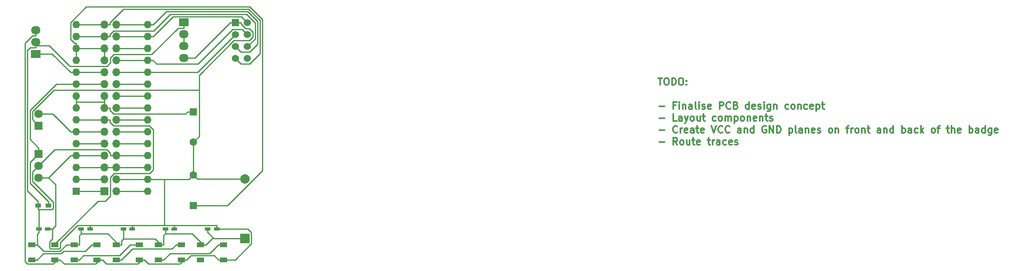
<source format=gbr>
G04 #@! TF.FileFunction,Copper,L1,Top,Signal*
%FSLAX46Y46*%
G04 Gerber Fmt 4.6, Leading zero omitted, Abs format (unit mm)*
G04 Created by KiCad (PCBNEW 4.0.7) date 06/04/18 21:42:21*
%MOMM*%
%LPD*%
G01*
G04 APERTURE LIST*
%ADD10C,0.100000*%
%ADD11C,0.300000*%
%ADD12R,1.600000X1.600000*%
%ADD13O,1.600000X1.600000*%
%ADD14C,1.600000*%
%ADD15R,1.200000X0.750000*%
%ADD16R,1.500000X1.000000*%
%ADD17R,1.200000X0.900000*%
%ADD18R,2.032000X1.727200*%
%ADD19O,2.032000X1.727200*%
%ADD20R,1.800000X1.800000*%
%ADD21C,1.800000*%
%ADD22R,1.524000X1.524000*%
%ADD23C,1.524000*%
%ADD24R,2.000000X2.000000*%
%ADD25C,2.000000*%
%ADD26R,1.700000X1.700000*%
%ADD27O,1.700000X1.700000*%
%ADD28C,0.250000*%
G04 APERTURE END LIST*
D10*
D11*
X186142857Y-45803571D02*
X187000000Y-45803571D01*
X186571429Y-47303571D02*
X186571429Y-45803571D01*
X187785714Y-45803571D02*
X188071428Y-45803571D01*
X188214286Y-45875000D01*
X188357143Y-46017857D01*
X188428571Y-46303571D01*
X188428571Y-46803571D01*
X188357143Y-47089286D01*
X188214286Y-47232143D01*
X188071428Y-47303571D01*
X187785714Y-47303571D01*
X187642857Y-47232143D01*
X187500000Y-47089286D01*
X187428571Y-46803571D01*
X187428571Y-46303571D01*
X187500000Y-46017857D01*
X187642857Y-45875000D01*
X187785714Y-45803571D01*
X189071429Y-47303571D02*
X189071429Y-45803571D01*
X189428572Y-45803571D01*
X189642857Y-45875000D01*
X189785715Y-46017857D01*
X189857143Y-46160714D01*
X189928572Y-46446429D01*
X189928572Y-46660714D01*
X189857143Y-46946429D01*
X189785715Y-47089286D01*
X189642857Y-47232143D01*
X189428572Y-47303571D01*
X189071429Y-47303571D01*
X190857143Y-45803571D02*
X191142857Y-45803571D01*
X191285715Y-45875000D01*
X191428572Y-46017857D01*
X191500000Y-46303571D01*
X191500000Y-46803571D01*
X191428572Y-47089286D01*
X191285715Y-47232143D01*
X191142857Y-47303571D01*
X190857143Y-47303571D01*
X190714286Y-47232143D01*
X190571429Y-47089286D01*
X190500000Y-46803571D01*
X190500000Y-46303571D01*
X190571429Y-46017857D01*
X190714286Y-45875000D01*
X190857143Y-45803571D01*
X192142858Y-47160714D02*
X192214286Y-47232143D01*
X192142858Y-47303571D01*
X192071429Y-47232143D01*
X192142858Y-47160714D01*
X192142858Y-47303571D01*
X192142858Y-46375000D02*
X192214286Y-46446429D01*
X192142858Y-46517857D01*
X192071429Y-46446429D01*
X192142858Y-46375000D01*
X192142858Y-46517857D01*
X186357143Y-51832143D02*
X187500000Y-51832143D01*
X189857143Y-51617857D02*
X189357143Y-51617857D01*
X189357143Y-52403571D02*
X189357143Y-50903571D01*
X190071429Y-50903571D01*
X190642857Y-52403571D02*
X190642857Y-51403571D01*
X190642857Y-50903571D02*
X190571428Y-50975000D01*
X190642857Y-51046429D01*
X190714285Y-50975000D01*
X190642857Y-50903571D01*
X190642857Y-51046429D01*
X191357143Y-51403571D02*
X191357143Y-52403571D01*
X191357143Y-51546429D02*
X191428571Y-51475000D01*
X191571429Y-51403571D01*
X191785714Y-51403571D01*
X191928571Y-51475000D01*
X192000000Y-51617857D01*
X192000000Y-52403571D01*
X193357143Y-52403571D02*
X193357143Y-51617857D01*
X193285714Y-51475000D01*
X193142857Y-51403571D01*
X192857143Y-51403571D01*
X192714286Y-51475000D01*
X193357143Y-52332143D02*
X193214286Y-52403571D01*
X192857143Y-52403571D01*
X192714286Y-52332143D01*
X192642857Y-52189286D01*
X192642857Y-52046429D01*
X192714286Y-51903571D01*
X192857143Y-51832143D01*
X193214286Y-51832143D01*
X193357143Y-51760714D01*
X194285715Y-52403571D02*
X194142857Y-52332143D01*
X194071429Y-52189286D01*
X194071429Y-50903571D01*
X194857143Y-52403571D02*
X194857143Y-51403571D01*
X194857143Y-50903571D02*
X194785714Y-50975000D01*
X194857143Y-51046429D01*
X194928571Y-50975000D01*
X194857143Y-50903571D01*
X194857143Y-51046429D01*
X195500000Y-52332143D02*
X195642857Y-52403571D01*
X195928572Y-52403571D01*
X196071429Y-52332143D01*
X196142857Y-52189286D01*
X196142857Y-52117857D01*
X196071429Y-51975000D01*
X195928572Y-51903571D01*
X195714286Y-51903571D01*
X195571429Y-51832143D01*
X195500000Y-51689286D01*
X195500000Y-51617857D01*
X195571429Y-51475000D01*
X195714286Y-51403571D01*
X195928572Y-51403571D01*
X196071429Y-51475000D01*
X197357143Y-52332143D02*
X197214286Y-52403571D01*
X196928572Y-52403571D01*
X196785715Y-52332143D01*
X196714286Y-52189286D01*
X196714286Y-51617857D01*
X196785715Y-51475000D01*
X196928572Y-51403571D01*
X197214286Y-51403571D01*
X197357143Y-51475000D01*
X197428572Y-51617857D01*
X197428572Y-51760714D01*
X196714286Y-51903571D01*
X199214286Y-52403571D02*
X199214286Y-50903571D01*
X199785714Y-50903571D01*
X199928572Y-50975000D01*
X200000000Y-51046429D01*
X200071429Y-51189286D01*
X200071429Y-51403571D01*
X200000000Y-51546429D01*
X199928572Y-51617857D01*
X199785714Y-51689286D01*
X199214286Y-51689286D01*
X201571429Y-52260714D02*
X201500000Y-52332143D01*
X201285714Y-52403571D01*
X201142857Y-52403571D01*
X200928572Y-52332143D01*
X200785714Y-52189286D01*
X200714286Y-52046429D01*
X200642857Y-51760714D01*
X200642857Y-51546429D01*
X200714286Y-51260714D01*
X200785714Y-51117857D01*
X200928572Y-50975000D01*
X201142857Y-50903571D01*
X201285714Y-50903571D01*
X201500000Y-50975000D01*
X201571429Y-51046429D01*
X202714286Y-51617857D02*
X202928572Y-51689286D01*
X203000000Y-51760714D01*
X203071429Y-51903571D01*
X203071429Y-52117857D01*
X203000000Y-52260714D01*
X202928572Y-52332143D01*
X202785714Y-52403571D01*
X202214286Y-52403571D01*
X202214286Y-50903571D01*
X202714286Y-50903571D01*
X202857143Y-50975000D01*
X202928572Y-51046429D01*
X203000000Y-51189286D01*
X203000000Y-51332143D01*
X202928572Y-51475000D01*
X202857143Y-51546429D01*
X202714286Y-51617857D01*
X202214286Y-51617857D01*
X205500000Y-52403571D02*
X205500000Y-50903571D01*
X205500000Y-52332143D02*
X205357143Y-52403571D01*
X205071429Y-52403571D01*
X204928571Y-52332143D01*
X204857143Y-52260714D01*
X204785714Y-52117857D01*
X204785714Y-51689286D01*
X204857143Y-51546429D01*
X204928571Y-51475000D01*
X205071429Y-51403571D01*
X205357143Y-51403571D01*
X205500000Y-51475000D01*
X206785714Y-52332143D02*
X206642857Y-52403571D01*
X206357143Y-52403571D01*
X206214286Y-52332143D01*
X206142857Y-52189286D01*
X206142857Y-51617857D01*
X206214286Y-51475000D01*
X206357143Y-51403571D01*
X206642857Y-51403571D01*
X206785714Y-51475000D01*
X206857143Y-51617857D01*
X206857143Y-51760714D01*
X206142857Y-51903571D01*
X207428571Y-52332143D02*
X207571428Y-52403571D01*
X207857143Y-52403571D01*
X208000000Y-52332143D01*
X208071428Y-52189286D01*
X208071428Y-52117857D01*
X208000000Y-51975000D01*
X207857143Y-51903571D01*
X207642857Y-51903571D01*
X207500000Y-51832143D01*
X207428571Y-51689286D01*
X207428571Y-51617857D01*
X207500000Y-51475000D01*
X207642857Y-51403571D01*
X207857143Y-51403571D01*
X208000000Y-51475000D01*
X208714286Y-52403571D02*
X208714286Y-51403571D01*
X208714286Y-50903571D02*
X208642857Y-50975000D01*
X208714286Y-51046429D01*
X208785714Y-50975000D01*
X208714286Y-50903571D01*
X208714286Y-51046429D01*
X210071429Y-51403571D02*
X210071429Y-52617857D01*
X210000000Y-52760714D01*
X209928572Y-52832143D01*
X209785715Y-52903571D01*
X209571429Y-52903571D01*
X209428572Y-52832143D01*
X210071429Y-52332143D02*
X209928572Y-52403571D01*
X209642858Y-52403571D01*
X209500000Y-52332143D01*
X209428572Y-52260714D01*
X209357143Y-52117857D01*
X209357143Y-51689286D01*
X209428572Y-51546429D01*
X209500000Y-51475000D01*
X209642858Y-51403571D01*
X209928572Y-51403571D01*
X210071429Y-51475000D01*
X210785715Y-51403571D02*
X210785715Y-52403571D01*
X210785715Y-51546429D02*
X210857143Y-51475000D01*
X211000001Y-51403571D01*
X211214286Y-51403571D01*
X211357143Y-51475000D01*
X211428572Y-51617857D01*
X211428572Y-52403571D01*
X213928572Y-52332143D02*
X213785715Y-52403571D01*
X213500001Y-52403571D01*
X213357143Y-52332143D01*
X213285715Y-52260714D01*
X213214286Y-52117857D01*
X213214286Y-51689286D01*
X213285715Y-51546429D01*
X213357143Y-51475000D01*
X213500001Y-51403571D01*
X213785715Y-51403571D01*
X213928572Y-51475000D01*
X214785715Y-52403571D02*
X214642857Y-52332143D01*
X214571429Y-52260714D01*
X214500000Y-52117857D01*
X214500000Y-51689286D01*
X214571429Y-51546429D01*
X214642857Y-51475000D01*
X214785715Y-51403571D01*
X215000000Y-51403571D01*
X215142857Y-51475000D01*
X215214286Y-51546429D01*
X215285715Y-51689286D01*
X215285715Y-52117857D01*
X215214286Y-52260714D01*
X215142857Y-52332143D01*
X215000000Y-52403571D01*
X214785715Y-52403571D01*
X215928572Y-51403571D02*
X215928572Y-52403571D01*
X215928572Y-51546429D02*
X216000000Y-51475000D01*
X216142858Y-51403571D01*
X216357143Y-51403571D01*
X216500000Y-51475000D01*
X216571429Y-51617857D01*
X216571429Y-52403571D01*
X217928572Y-52332143D02*
X217785715Y-52403571D01*
X217500001Y-52403571D01*
X217357143Y-52332143D01*
X217285715Y-52260714D01*
X217214286Y-52117857D01*
X217214286Y-51689286D01*
X217285715Y-51546429D01*
X217357143Y-51475000D01*
X217500001Y-51403571D01*
X217785715Y-51403571D01*
X217928572Y-51475000D01*
X219142857Y-52332143D02*
X219000000Y-52403571D01*
X218714286Y-52403571D01*
X218571429Y-52332143D01*
X218500000Y-52189286D01*
X218500000Y-51617857D01*
X218571429Y-51475000D01*
X218714286Y-51403571D01*
X219000000Y-51403571D01*
X219142857Y-51475000D01*
X219214286Y-51617857D01*
X219214286Y-51760714D01*
X218500000Y-51903571D01*
X219857143Y-51403571D02*
X219857143Y-52903571D01*
X219857143Y-51475000D02*
X220000000Y-51403571D01*
X220285714Y-51403571D01*
X220428571Y-51475000D01*
X220500000Y-51546429D01*
X220571429Y-51689286D01*
X220571429Y-52117857D01*
X220500000Y-52260714D01*
X220428571Y-52332143D01*
X220285714Y-52403571D01*
X220000000Y-52403571D01*
X219857143Y-52332143D01*
X221000000Y-51403571D02*
X221571429Y-51403571D01*
X221214286Y-50903571D02*
X221214286Y-52189286D01*
X221285714Y-52332143D01*
X221428572Y-52403571D01*
X221571429Y-52403571D01*
X186357143Y-54382143D02*
X187500000Y-54382143D01*
X190071429Y-54953571D02*
X189357143Y-54953571D01*
X189357143Y-53453571D01*
X191214286Y-54953571D02*
X191214286Y-54167857D01*
X191142857Y-54025000D01*
X191000000Y-53953571D01*
X190714286Y-53953571D01*
X190571429Y-54025000D01*
X191214286Y-54882143D02*
X191071429Y-54953571D01*
X190714286Y-54953571D01*
X190571429Y-54882143D01*
X190500000Y-54739286D01*
X190500000Y-54596429D01*
X190571429Y-54453571D01*
X190714286Y-54382143D01*
X191071429Y-54382143D01*
X191214286Y-54310714D01*
X191785715Y-53953571D02*
X192142858Y-54953571D01*
X192500000Y-53953571D02*
X192142858Y-54953571D01*
X192000000Y-55310714D01*
X191928572Y-55382143D01*
X191785715Y-55453571D01*
X193285715Y-54953571D02*
X193142857Y-54882143D01*
X193071429Y-54810714D01*
X193000000Y-54667857D01*
X193000000Y-54239286D01*
X193071429Y-54096429D01*
X193142857Y-54025000D01*
X193285715Y-53953571D01*
X193500000Y-53953571D01*
X193642857Y-54025000D01*
X193714286Y-54096429D01*
X193785715Y-54239286D01*
X193785715Y-54667857D01*
X193714286Y-54810714D01*
X193642857Y-54882143D01*
X193500000Y-54953571D01*
X193285715Y-54953571D01*
X195071429Y-53953571D02*
X195071429Y-54953571D01*
X194428572Y-53953571D02*
X194428572Y-54739286D01*
X194500000Y-54882143D01*
X194642858Y-54953571D01*
X194857143Y-54953571D01*
X195000000Y-54882143D01*
X195071429Y-54810714D01*
X195571429Y-53953571D02*
X196142858Y-53953571D01*
X195785715Y-53453571D02*
X195785715Y-54739286D01*
X195857143Y-54882143D01*
X196000001Y-54953571D01*
X196142858Y-54953571D01*
X198428572Y-54882143D02*
X198285715Y-54953571D01*
X198000001Y-54953571D01*
X197857143Y-54882143D01*
X197785715Y-54810714D01*
X197714286Y-54667857D01*
X197714286Y-54239286D01*
X197785715Y-54096429D01*
X197857143Y-54025000D01*
X198000001Y-53953571D01*
X198285715Y-53953571D01*
X198428572Y-54025000D01*
X199285715Y-54953571D02*
X199142857Y-54882143D01*
X199071429Y-54810714D01*
X199000000Y-54667857D01*
X199000000Y-54239286D01*
X199071429Y-54096429D01*
X199142857Y-54025000D01*
X199285715Y-53953571D01*
X199500000Y-53953571D01*
X199642857Y-54025000D01*
X199714286Y-54096429D01*
X199785715Y-54239286D01*
X199785715Y-54667857D01*
X199714286Y-54810714D01*
X199642857Y-54882143D01*
X199500000Y-54953571D01*
X199285715Y-54953571D01*
X200428572Y-54953571D02*
X200428572Y-53953571D01*
X200428572Y-54096429D02*
X200500000Y-54025000D01*
X200642858Y-53953571D01*
X200857143Y-53953571D01*
X201000000Y-54025000D01*
X201071429Y-54167857D01*
X201071429Y-54953571D01*
X201071429Y-54167857D02*
X201142858Y-54025000D01*
X201285715Y-53953571D01*
X201500000Y-53953571D01*
X201642858Y-54025000D01*
X201714286Y-54167857D01*
X201714286Y-54953571D01*
X202428572Y-53953571D02*
X202428572Y-55453571D01*
X202428572Y-54025000D02*
X202571429Y-53953571D01*
X202857143Y-53953571D01*
X203000000Y-54025000D01*
X203071429Y-54096429D01*
X203142858Y-54239286D01*
X203142858Y-54667857D01*
X203071429Y-54810714D01*
X203000000Y-54882143D01*
X202857143Y-54953571D01*
X202571429Y-54953571D01*
X202428572Y-54882143D01*
X204000001Y-54953571D02*
X203857143Y-54882143D01*
X203785715Y-54810714D01*
X203714286Y-54667857D01*
X203714286Y-54239286D01*
X203785715Y-54096429D01*
X203857143Y-54025000D01*
X204000001Y-53953571D01*
X204214286Y-53953571D01*
X204357143Y-54025000D01*
X204428572Y-54096429D01*
X204500001Y-54239286D01*
X204500001Y-54667857D01*
X204428572Y-54810714D01*
X204357143Y-54882143D01*
X204214286Y-54953571D01*
X204000001Y-54953571D01*
X205142858Y-53953571D02*
X205142858Y-54953571D01*
X205142858Y-54096429D02*
X205214286Y-54025000D01*
X205357144Y-53953571D01*
X205571429Y-53953571D01*
X205714286Y-54025000D01*
X205785715Y-54167857D01*
X205785715Y-54953571D01*
X207071429Y-54882143D02*
X206928572Y-54953571D01*
X206642858Y-54953571D01*
X206500001Y-54882143D01*
X206428572Y-54739286D01*
X206428572Y-54167857D01*
X206500001Y-54025000D01*
X206642858Y-53953571D01*
X206928572Y-53953571D01*
X207071429Y-54025000D01*
X207142858Y-54167857D01*
X207142858Y-54310714D01*
X206428572Y-54453571D01*
X207785715Y-53953571D02*
X207785715Y-54953571D01*
X207785715Y-54096429D02*
X207857143Y-54025000D01*
X208000001Y-53953571D01*
X208214286Y-53953571D01*
X208357143Y-54025000D01*
X208428572Y-54167857D01*
X208428572Y-54953571D01*
X208928572Y-53953571D02*
X209500001Y-53953571D01*
X209142858Y-53453571D02*
X209142858Y-54739286D01*
X209214286Y-54882143D01*
X209357144Y-54953571D01*
X209500001Y-54953571D01*
X209928572Y-54882143D02*
X210071429Y-54953571D01*
X210357144Y-54953571D01*
X210500001Y-54882143D01*
X210571429Y-54739286D01*
X210571429Y-54667857D01*
X210500001Y-54525000D01*
X210357144Y-54453571D01*
X210142858Y-54453571D01*
X210000001Y-54382143D01*
X209928572Y-54239286D01*
X209928572Y-54167857D01*
X210000001Y-54025000D01*
X210142858Y-53953571D01*
X210357144Y-53953571D01*
X210500001Y-54025000D01*
X186357143Y-56932143D02*
X187500000Y-56932143D01*
X190214286Y-57360714D02*
X190142857Y-57432143D01*
X189928571Y-57503571D01*
X189785714Y-57503571D01*
X189571429Y-57432143D01*
X189428571Y-57289286D01*
X189357143Y-57146429D01*
X189285714Y-56860714D01*
X189285714Y-56646429D01*
X189357143Y-56360714D01*
X189428571Y-56217857D01*
X189571429Y-56075000D01*
X189785714Y-56003571D01*
X189928571Y-56003571D01*
X190142857Y-56075000D01*
X190214286Y-56146429D01*
X190857143Y-57503571D02*
X190857143Y-56503571D01*
X190857143Y-56789286D02*
X190928571Y-56646429D01*
X191000000Y-56575000D01*
X191142857Y-56503571D01*
X191285714Y-56503571D01*
X192357142Y-57432143D02*
X192214285Y-57503571D01*
X191928571Y-57503571D01*
X191785714Y-57432143D01*
X191714285Y-57289286D01*
X191714285Y-56717857D01*
X191785714Y-56575000D01*
X191928571Y-56503571D01*
X192214285Y-56503571D01*
X192357142Y-56575000D01*
X192428571Y-56717857D01*
X192428571Y-56860714D01*
X191714285Y-57003571D01*
X193714285Y-57503571D02*
X193714285Y-56717857D01*
X193642856Y-56575000D01*
X193499999Y-56503571D01*
X193214285Y-56503571D01*
X193071428Y-56575000D01*
X193714285Y-57432143D02*
X193571428Y-57503571D01*
X193214285Y-57503571D01*
X193071428Y-57432143D01*
X192999999Y-57289286D01*
X192999999Y-57146429D01*
X193071428Y-57003571D01*
X193214285Y-56932143D01*
X193571428Y-56932143D01*
X193714285Y-56860714D01*
X194214285Y-56503571D02*
X194785714Y-56503571D01*
X194428571Y-56003571D02*
X194428571Y-57289286D01*
X194499999Y-57432143D01*
X194642857Y-57503571D01*
X194785714Y-57503571D01*
X195857142Y-57432143D02*
X195714285Y-57503571D01*
X195428571Y-57503571D01*
X195285714Y-57432143D01*
X195214285Y-57289286D01*
X195214285Y-56717857D01*
X195285714Y-56575000D01*
X195428571Y-56503571D01*
X195714285Y-56503571D01*
X195857142Y-56575000D01*
X195928571Y-56717857D01*
X195928571Y-56860714D01*
X195214285Y-57003571D01*
X197499999Y-56003571D02*
X197999999Y-57503571D01*
X198499999Y-56003571D01*
X199857142Y-57360714D02*
X199785713Y-57432143D01*
X199571427Y-57503571D01*
X199428570Y-57503571D01*
X199214285Y-57432143D01*
X199071427Y-57289286D01*
X198999999Y-57146429D01*
X198928570Y-56860714D01*
X198928570Y-56646429D01*
X198999999Y-56360714D01*
X199071427Y-56217857D01*
X199214285Y-56075000D01*
X199428570Y-56003571D01*
X199571427Y-56003571D01*
X199785713Y-56075000D01*
X199857142Y-56146429D01*
X201357142Y-57360714D02*
X201285713Y-57432143D01*
X201071427Y-57503571D01*
X200928570Y-57503571D01*
X200714285Y-57432143D01*
X200571427Y-57289286D01*
X200499999Y-57146429D01*
X200428570Y-56860714D01*
X200428570Y-56646429D01*
X200499999Y-56360714D01*
X200571427Y-56217857D01*
X200714285Y-56075000D01*
X200928570Y-56003571D01*
X201071427Y-56003571D01*
X201285713Y-56075000D01*
X201357142Y-56146429D01*
X203785713Y-57503571D02*
X203785713Y-56717857D01*
X203714284Y-56575000D01*
X203571427Y-56503571D01*
X203285713Y-56503571D01*
X203142856Y-56575000D01*
X203785713Y-57432143D02*
X203642856Y-57503571D01*
X203285713Y-57503571D01*
X203142856Y-57432143D01*
X203071427Y-57289286D01*
X203071427Y-57146429D01*
X203142856Y-57003571D01*
X203285713Y-56932143D01*
X203642856Y-56932143D01*
X203785713Y-56860714D01*
X204499999Y-56503571D02*
X204499999Y-57503571D01*
X204499999Y-56646429D02*
X204571427Y-56575000D01*
X204714285Y-56503571D01*
X204928570Y-56503571D01*
X205071427Y-56575000D01*
X205142856Y-56717857D01*
X205142856Y-57503571D01*
X206499999Y-57503571D02*
X206499999Y-56003571D01*
X206499999Y-57432143D02*
X206357142Y-57503571D01*
X206071428Y-57503571D01*
X205928570Y-57432143D01*
X205857142Y-57360714D01*
X205785713Y-57217857D01*
X205785713Y-56789286D01*
X205857142Y-56646429D01*
X205928570Y-56575000D01*
X206071428Y-56503571D01*
X206357142Y-56503571D01*
X206499999Y-56575000D01*
X209142856Y-56075000D02*
X208999999Y-56003571D01*
X208785713Y-56003571D01*
X208571428Y-56075000D01*
X208428570Y-56217857D01*
X208357142Y-56360714D01*
X208285713Y-56646429D01*
X208285713Y-56860714D01*
X208357142Y-57146429D01*
X208428570Y-57289286D01*
X208571428Y-57432143D01*
X208785713Y-57503571D01*
X208928570Y-57503571D01*
X209142856Y-57432143D01*
X209214285Y-57360714D01*
X209214285Y-56860714D01*
X208928570Y-56860714D01*
X209857142Y-57503571D02*
X209857142Y-56003571D01*
X210714285Y-57503571D01*
X210714285Y-56003571D01*
X211428571Y-57503571D02*
X211428571Y-56003571D01*
X211785714Y-56003571D01*
X211999999Y-56075000D01*
X212142857Y-56217857D01*
X212214285Y-56360714D01*
X212285714Y-56646429D01*
X212285714Y-56860714D01*
X212214285Y-57146429D01*
X212142857Y-57289286D01*
X211999999Y-57432143D01*
X211785714Y-57503571D01*
X211428571Y-57503571D01*
X214071428Y-56503571D02*
X214071428Y-58003571D01*
X214071428Y-56575000D02*
X214214285Y-56503571D01*
X214499999Y-56503571D01*
X214642856Y-56575000D01*
X214714285Y-56646429D01*
X214785714Y-56789286D01*
X214785714Y-57217857D01*
X214714285Y-57360714D01*
X214642856Y-57432143D01*
X214499999Y-57503571D01*
X214214285Y-57503571D01*
X214071428Y-57432143D01*
X215642857Y-57503571D02*
X215499999Y-57432143D01*
X215428571Y-57289286D01*
X215428571Y-56003571D01*
X216857142Y-57503571D02*
X216857142Y-56717857D01*
X216785713Y-56575000D01*
X216642856Y-56503571D01*
X216357142Y-56503571D01*
X216214285Y-56575000D01*
X216857142Y-57432143D02*
X216714285Y-57503571D01*
X216357142Y-57503571D01*
X216214285Y-57432143D01*
X216142856Y-57289286D01*
X216142856Y-57146429D01*
X216214285Y-57003571D01*
X216357142Y-56932143D01*
X216714285Y-56932143D01*
X216857142Y-56860714D01*
X217571428Y-56503571D02*
X217571428Y-57503571D01*
X217571428Y-56646429D02*
X217642856Y-56575000D01*
X217785714Y-56503571D01*
X217999999Y-56503571D01*
X218142856Y-56575000D01*
X218214285Y-56717857D01*
X218214285Y-57503571D01*
X219499999Y-57432143D02*
X219357142Y-57503571D01*
X219071428Y-57503571D01*
X218928571Y-57432143D01*
X218857142Y-57289286D01*
X218857142Y-56717857D01*
X218928571Y-56575000D01*
X219071428Y-56503571D01*
X219357142Y-56503571D01*
X219499999Y-56575000D01*
X219571428Y-56717857D01*
X219571428Y-56860714D01*
X218857142Y-57003571D01*
X220142856Y-57432143D02*
X220285713Y-57503571D01*
X220571428Y-57503571D01*
X220714285Y-57432143D01*
X220785713Y-57289286D01*
X220785713Y-57217857D01*
X220714285Y-57075000D01*
X220571428Y-57003571D01*
X220357142Y-57003571D01*
X220214285Y-56932143D01*
X220142856Y-56789286D01*
X220142856Y-56717857D01*
X220214285Y-56575000D01*
X220357142Y-56503571D01*
X220571428Y-56503571D01*
X220714285Y-56575000D01*
X222785714Y-57503571D02*
X222642856Y-57432143D01*
X222571428Y-57360714D01*
X222499999Y-57217857D01*
X222499999Y-56789286D01*
X222571428Y-56646429D01*
X222642856Y-56575000D01*
X222785714Y-56503571D01*
X222999999Y-56503571D01*
X223142856Y-56575000D01*
X223214285Y-56646429D01*
X223285714Y-56789286D01*
X223285714Y-57217857D01*
X223214285Y-57360714D01*
X223142856Y-57432143D01*
X222999999Y-57503571D01*
X222785714Y-57503571D01*
X223928571Y-56503571D02*
X223928571Y-57503571D01*
X223928571Y-56646429D02*
X223999999Y-56575000D01*
X224142857Y-56503571D01*
X224357142Y-56503571D01*
X224499999Y-56575000D01*
X224571428Y-56717857D01*
X224571428Y-57503571D01*
X226214285Y-56503571D02*
X226785714Y-56503571D01*
X226428571Y-57503571D02*
X226428571Y-56217857D01*
X226499999Y-56075000D01*
X226642857Y-56003571D01*
X226785714Y-56003571D01*
X227285714Y-57503571D02*
X227285714Y-56503571D01*
X227285714Y-56789286D02*
X227357142Y-56646429D01*
X227428571Y-56575000D01*
X227571428Y-56503571D01*
X227714285Y-56503571D01*
X228428571Y-57503571D02*
X228285713Y-57432143D01*
X228214285Y-57360714D01*
X228142856Y-57217857D01*
X228142856Y-56789286D01*
X228214285Y-56646429D01*
X228285713Y-56575000D01*
X228428571Y-56503571D01*
X228642856Y-56503571D01*
X228785713Y-56575000D01*
X228857142Y-56646429D01*
X228928571Y-56789286D01*
X228928571Y-57217857D01*
X228857142Y-57360714D01*
X228785713Y-57432143D01*
X228642856Y-57503571D01*
X228428571Y-57503571D01*
X229571428Y-56503571D02*
X229571428Y-57503571D01*
X229571428Y-56646429D02*
X229642856Y-56575000D01*
X229785714Y-56503571D01*
X229999999Y-56503571D01*
X230142856Y-56575000D01*
X230214285Y-56717857D01*
X230214285Y-57503571D01*
X230714285Y-56503571D02*
X231285714Y-56503571D01*
X230928571Y-56003571D02*
X230928571Y-57289286D01*
X230999999Y-57432143D01*
X231142857Y-57503571D01*
X231285714Y-57503571D01*
X233571428Y-57503571D02*
X233571428Y-56717857D01*
X233499999Y-56575000D01*
X233357142Y-56503571D01*
X233071428Y-56503571D01*
X232928571Y-56575000D01*
X233571428Y-57432143D02*
X233428571Y-57503571D01*
X233071428Y-57503571D01*
X232928571Y-57432143D01*
X232857142Y-57289286D01*
X232857142Y-57146429D01*
X232928571Y-57003571D01*
X233071428Y-56932143D01*
X233428571Y-56932143D01*
X233571428Y-56860714D01*
X234285714Y-56503571D02*
X234285714Y-57503571D01*
X234285714Y-56646429D02*
X234357142Y-56575000D01*
X234500000Y-56503571D01*
X234714285Y-56503571D01*
X234857142Y-56575000D01*
X234928571Y-56717857D01*
X234928571Y-57503571D01*
X236285714Y-57503571D02*
X236285714Y-56003571D01*
X236285714Y-57432143D02*
X236142857Y-57503571D01*
X235857143Y-57503571D01*
X235714285Y-57432143D01*
X235642857Y-57360714D01*
X235571428Y-57217857D01*
X235571428Y-56789286D01*
X235642857Y-56646429D01*
X235714285Y-56575000D01*
X235857143Y-56503571D01*
X236142857Y-56503571D01*
X236285714Y-56575000D01*
X238142857Y-57503571D02*
X238142857Y-56003571D01*
X238142857Y-56575000D02*
X238285714Y-56503571D01*
X238571428Y-56503571D01*
X238714285Y-56575000D01*
X238785714Y-56646429D01*
X238857143Y-56789286D01*
X238857143Y-57217857D01*
X238785714Y-57360714D01*
X238714285Y-57432143D01*
X238571428Y-57503571D01*
X238285714Y-57503571D01*
X238142857Y-57432143D01*
X240142857Y-57503571D02*
X240142857Y-56717857D01*
X240071428Y-56575000D01*
X239928571Y-56503571D01*
X239642857Y-56503571D01*
X239500000Y-56575000D01*
X240142857Y-57432143D02*
X240000000Y-57503571D01*
X239642857Y-57503571D01*
X239500000Y-57432143D01*
X239428571Y-57289286D01*
X239428571Y-57146429D01*
X239500000Y-57003571D01*
X239642857Y-56932143D01*
X240000000Y-56932143D01*
X240142857Y-56860714D01*
X241500000Y-57432143D02*
X241357143Y-57503571D01*
X241071429Y-57503571D01*
X240928571Y-57432143D01*
X240857143Y-57360714D01*
X240785714Y-57217857D01*
X240785714Y-56789286D01*
X240857143Y-56646429D01*
X240928571Y-56575000D01*
X241071429Y-56503571D01*
X241357143Y-56503571D01*
X241500000Y-56575000D01*
X242142857Y-57503571D02*
X242142857Y-56003571D01*
X242285714Y-56932143D02*
X242714285Y-57503571D01*
X242714285Y-56503571D02*
X242142857Y-57075000D01*
X244714286Y-57503571D02*
X244571428Y-57432143D01*
X244500000Y-57360714D01*
X244428571Y-57217857D01*
X244428571Y-56789286D01*
X244500000Y-56646429D01*
X244571428Y-56575000D01*
X244714286Y-56503571D01*
X244928571Y-56503571D01*
X245071428Y-56575000D01*
X245142857Y-56646429D01*
X245214286Y-56789286D01*
X245214286Y-57217857D01*
X245142857Y-57360714D01*
X245071428Y-57432143D01*
X244928571Y-57503571D01*
X244714286Y-57503571D01*
X245642857Y-56503571D02*
X246214286Y-56503571D01*
X245857143Y-57503571D02*
X245857143Y-56217857D01*
X245928571Y-56075000D01*
X246071429Y-56003571D01*
X246214286Y-56003571D01*
X247642857Y-56503571D02*
X248214286Y-56503571D01*
X247857143Y-56003571D02*
X247857143Y-57289286D01*
X247928571Y-57432143D01*
X248071429Y-57503571D01*
X248214286Y-57503571D01*
X248714286Y-57503571D02*
X248714286Y-56003571D01*
X249357143Y-57503571D02*
X249357143Y-56717857D01*
X249285714Y-56575000D01*
X249142857Y-56503571D01*
X248928572Y-56503571D01*
X248785714Y-56575000D01*
X248714286Y-56646429D01*
X250642857Y-57432143D02*
X250500000Y-57503571D01*
X250214286Y-57503571D01*
X250071429Y-57432143D01*
X250000000Y-57289286D01*
X250000000Y-56717857D01*
X250071429Y-56575000D01*
X250214286Y-56503571D01*
X250500000Y-56503571D01*
X250642857Y-56575000D01*
X250714286Y-56717857D01*
X250714286Y-56860714D01*
X250000000Y-57003571D01*
X252500000Y-57503571D02*
X252500000Y-56003571D01*
X252500000Y-56575000D02*
X252642857Y-56503571D01*
X252928571Y-56503571D01*
X253071428Y-56575000D01*
X253142857Y-56646429D01*
X253214286Y-56789286D01*
X253214286Y-57217857D01*
X253142857Y-57360714D01*
X253071428Y-57432143D01*
X252928571Y-57503571D01*
X252642857Y-57503571D01*
X252500000Y-57432143D01*
X254500000Y-57503571D02*
X254500000Y-56717857D01*
X254428571Y-56575000D01*
X254285714Y-56503571D01*
X254000000Y-56503571D01*
X253857143Y-56575000D01*
X254500000Y-57432143D02*
X254357143Y-57503571D01*
X254000000Y-57503571D01*
X253857143Y-57432143D01*
X253785714Y-57289286D01*
X253785714Y-57146429D01*
X253857143Y-57003571D01*
X254000000Y-56932143D01*
X254357143Y-56932143D01*
X254500000Y-56860714D01*
X255857143Y-57503571D02*
X255857143Y-56003571D01*
X255857143Y-57432143D02*
X255714286Y-57503571D01*
X255428572Y-57503571D01*
X255285714Y-57432143D01*
X255214286Y-57360714D01*
X255142857Y-57217857D01*
X255142857Y-56789286D01*
X255214286Y-56646429D01*
X255285714Y-56575000D01*
X255428572Y-56503571D01*
X255714286Y-56503571D01*
X255857143Y-56575000D01*
X257214286Y-56503571D02*
X257214286Y-57717857D01*
X257142857Y-57860714D01*
X257071429Y-57932143D01*
X256928572Y-58003571D01*
X256714286Y-58003571D01*
X256571429Y-57932143D01*
X257214286Y-57432143D02*
X257071429Y-57503571D01*
X256785715Y-57503571D01*
X256642857Y-57432143D01*
X256571429Y-57360714D01*
X256500000Y-57217857D01*
X256500000Y-56789286D01*
X256571429Y-56646429D01*
X256642857Y-56575000D01*
X256785715Y-56503571D01*
X257071429Y-56503571D01*
X257214286Y-56575000D01*
X258500000Y-57432143D02*
X258357143Y-57503571D01*
X258071429Y-57503571D01*
X257928572Y-57432143D01*
X257857143Y-57289286D01*
X257857143Y-56717857D01*
X257928572Y-56575000D01*
X258071429Y-56503571D01*
X258357143Y-56503571D01*
X258500000Y-56575000D01*
X258571429Y-56717857D01*
X258571429Y-56860714D01*
X257857143Y-57003571D01*
X186357143Y-59482143D02*
X187500000Y-59482143D01*
X190214286Y-60053571D02*
X189714286Y-59339286D01*
X189357143Y-60053571D02*
X189357143Y-58553571D01*
X189928571Y-58553571D01*
X190071429Y-58625000D01*
X190142857Y-58696429D01*
X190214286Y-58839286D01*
X190214286Y-59053571D01*
X190142857Y-59196429D01*
X190071429Y-59267857D01*
X189928571Y-59339286D01*
X189357143Y-59339286D01*
X191071429Y-60053571D02*
X190928571Y-59982143D01*
X190857143Y-59910714D01*
X190785714Y-59767857D01*
X190785714Y-59339286D01*
X190857143Y-59196429D01*
X190928571Y-59125000D01*
X191071429Y-59053571D01*
X191285714Y-59053571D01*
X191428571Y-59125000D01*
X191500000Y-59196429D01*
X191571429Y-59339286D01*
X191571429Y-59767857D01*
X191500000Y-59910714D01*
X191428571Y-59982143D01*
X191285714Y-60053571D01*
X191071429Y-60053571D01*
X192857143Y-59053571D02*
X192857143Y-60053571D01*
X192214286Y-59053571D02*
X192214286Y-59839286D01*
X192285714Y-59982143D01*
X192428572Y-60053571D01*
X192642857Y-60053571D01*
X192785714Y-59982143D01*
X192857143Y-59910714D01*
X193357143Y-59053571D02*
X193928572Y-59053571D01*
X193571429Y-58553571D02*
X193571429Y-59839286D01*
X193642857Y-59982143D01*
X193785715Y-60053571D01*
X193928572Y-60053571D01*
X195000000Y-59982143D02*
X194857143Y-60053571D01*
X194571429Y-60053571D01*
X194428572Y-59982143D01*
X194357143Y-59839286D01*
X194357143Y-59267857D01*
X194428572Y-59125000D01*
X194571429Y-59053571D01*
X194857143Y-59053571D01*
X195000000Y-59125000D01*
X195071429Y-59267857D01*
X195071429Y-59410714D01*
X194357143Y-59553571D01*
X196642857Y-59053571D02*
X197214286Y-59053571D01*
X196857143Y-58553571D02*
X196857143Y-59839286D01*
X196928571Y-59982143D01*
X197071429Y-60053571D01*
X197214286Y-60053571D01*
X197714286Y-60053571D02*
X197714286Y-59053571D01*
X197714286Y-59339286D02*
X197785714Y-59196429D01*
X197857143Y-59125000D01*
X198000000Y-59053571D01*
X198142857Y-59053571D01*
X199285714Y-60053571D02*
X199285714Y-59267857D01*
X199214285Y-59125000D01*
X199071428Y-59053571D01*
X198785714Y-59053571D01*
X198642857Y-59125000D01*
X199285714Y-59982143D02*
X199142857Y-60053571D01*
X198785714Y-60053571D01*
X198642857Y-59982143D01*
X198571428Y-59839286D01*
X198571428Y-59696429D01*
X198642857Y-59553571D01*
X198785714Y-59482143D01*
X199142857Y-59482143D01*
X199285714Y-59410714D01*
X200642857Y-59982143D02*
X200500000Y-60053571D01*
X200214286Y-60053571D01*
X200071428Y-59982143D01*
X200000000Y-59910714D01*
X199928571Y-59767857D01*
X199928571Y-59339286D01*
X200000000Y-59196429D01*
X200071428Y-59125000D01*
X200214286Y-59053571D01*
X200500000Y-59053571D01*
X200642857Y-59125000D01*
X201857142Y-59982143D02*
X201714285Y-60053571D01*
X201428571Y-60053571D01*
X201285714Y-59982143D01*
X201214285Y-59839286D01*
X201214285Y-59267857D01*
X201285714Y-59125000D01*
X201428571Y-59053571D01*
X201714285Y-59053571D01*
X201857142Y-59125000D01*
X201928571Y-59267857D01*
X201928571Y-59410714D01*
X201214285Y-59553571D01*
X202499999Y-59982143D02*
X202642856Y-60053571D01*
X202928571Y-60053571D01*
X203071428Y-59982143D01*
X203142856Y-59839286D01*
X203142856Y-59767857D01*
X203071428Y-59625000D01*
X202928571Y-59553571D01*
X202714285Y-59553571D01*
X202571428Y-59482143D01*
X202499999Y-59339286D01*
X202499999Y-59267857D01*
X202571428Y-59125000D01*
X202714285Y-59053571D01*
X202928571Y-59053571D01*
X203071428Y-59125000D01*
D12*
X62000000Y-70000000D03*
D13*
X77240000Y-36980000D03*
X62000000Y-67460000D03*
X77240000Y-39520000D03*
X62000000Y-64920000D03*
X77240000Y-42060000D03*
X62000000Y-62380000D03*
X77240000Y-44600000D03*
X62000000Y-59840000D03*
X77240000Y-47140000D03*
X62000000Y-57300000D03*
X77240000Y-49680000D03*
X62000000Y-54760000D03*
X77240000Y-52220000D03*
X62000000Y-52220000D03*
X77240000Y-54760000D03*
X62000000Y-49680000D03*
X77240000Y-57300000D03*
X62000000Y-47140000D03*
X77240000Y-59840000D03*
X62000000Y-44600000D03*
X77240000Y-62380000D03*
X62000000Y-42060000D03*
X77240000Y-64920000D03*
X62000000Y-39520000D03*
X77240000Y-67460000D03*
X62000000Y-36980000D03*
X77240000Y-70000000D03*
X62000000Y-34440000D03*
X77240000Y-34440000D03*
D12*
X87000000Y-53000000D03*
D14*
X87000000Y-59500000D03*
D12*
X87000000Y-73000000D03*
D14*
X87000000Y-66500000D03*
D15*
X54050000Y-78000000D03*
X55950000Y-78000000D03*
X63050000Y-78000000D03*
X64950000Y-78000000D03*
X72050000Y-78000000D03*
X73950000Y-78000000D03*
X81050000Y-78000000D03*
X82950000Y-78000000D03*
X90050000Y-78000000D03*
X91950000Y-78000000D03*
D16*
X57450000Y-84600000D03*
X57450000Y-81400000D03*
X52550000Y-84600000D03*
X52550000Y-81400000D03*
X66450000Y-84600000D03*
X66450000Y-81400000D03*
X61550000Y-84600000D03*
X61550000Y-81400000D03*
X75450000Y-84600000D03*
X75450000Y-81400000D03*
X70550000Y-84600000D03*
X70550000Y-81400000D03*
X84450000Y-84600000D03*
X84450000Y-81400000D03*
X79550000Y-84600000D03*
X79550000Y-81400000D03*
X93450000Y-84600000D03*
X93450000Y-81400000D03*
X88550000Y-84600000D03*
X88550000Y-81400000D03*
D17*
X56100000Y-73000000D03*
X53900000Y-73000000D03*
D18*
X84975771Y-33939293D03*
D19*
X84975771Y-36479293D03*
X84975771Y-39019293D03*
X84975771Y-41559293D03*
D18*
X53340000Y-40640000D03*
D19*
X53340000Y-38100000D03*
X53340000Y-35560000D03*
D20*
X54000000Y-56000000D03*
D21*
X54000000Y-53460000D03*
D20*
X54000000Y-62000000D03*
D21*
X54000000Y-64540000D03*
X54000000Y-67080000D03*
D22*
X96000000Y-34000000D03*
D23*
X98540000Y-34000000D03*
X96000000Y-36540000D03*
X98540000Y-36540000D03*
X96000000Y-39080000D03*
X98540000Y-39080000D03*
X96000000Y-41620000D03*
X98540000Y-41620000D03*
D24*
X98000000Y-80000000D03*
D25*
X98000000Y-67300000D03*
D26*
X68000000Y-70000000D03*
D27*
X70540000Y-70000000D03*
X68000000Y-67460000D03*
X70540000Y-67460000D03*
X68000000Y-64920000D03*
X70540000Y-64920000D03*
X68000000Y-62380000D03*
X70540000Y-62380000D03*
X68000000Y-59840000D03*
X70540000Y-59840000D03*
X68000000Y-57300000D03*
X70540000Y-57300000D03*
X68000000Y-54760000D03*
X70540000Y-54760000D03*
X68000000Y-52220000D03*
X70540000Y-52220000D03*
X68000000Y-49680000D03*
X70540000Y-49680000D03*
X68000000Y-47140000D03*
X70540000Y-47140000D03*
X68000000Y-44600000D03*
X70540000Y-44600000D03*
X68000000Y-42060000D03*
X70540000Y-42060000D03*
X68000000Y-39520000D03*
X70540000Y-39520000D03*
X68000000Y-36980000D03*
X70540000Y-36980000D03*
X68000000Y-34440000D03*
X70540000Y-34440000D03*
D28*
X69225300Y-52727800D02*
X69225300Y-52220000D01*
X69987500Y-53490000D02*
X69225300Y-52727800D01*
X85334700Y-53490000D02*
X69987500Y-53490000D01*
X85824700Y-53000000D02*
X85334700Y-53490000D01*
X87000000Y-53000000D02*
X85824700Y-53000000D01*
X68000000Y-52220000D02*
X69225300Y-52220000D01*
X68000000Y-50950000D02*
X62000000Y-50950000D01*
X62000000Y-49680000D02*
X62000000Y-50950000D01*
X62000000Y-50950000D02*
X62000000Y-52220000D01*
X68000000Y-49680000D02*
X68000000Y-50950000D01*
X68000000Y-50950000D02*
X68000000Y-52220000D01*
X68000000Y-39520000D02*
X63175300Y-39520000D01*
X62587700Y-39520000D02*
X63175300Y-39520000D01*
X62000000Y-40107700D02*
X62000000Y-42060000D01*
X62587700Y-39520000D02*
X62000000Y-40107700D01*
X62293900Y-39520000D02*
X62587700Y-39520000D01*
X62293900Y-39520000D02*
X62000000Y-39520000D01*
X68000000Y-39520000D02*
X68000000Y-42060000D01*
X62000000Y-39520000D02*
X62000000Y-38344700D01*
X61634700Y-38344700D02*
X62000000Y-38344700D01*
X60809000Y-37519000D02*
X61634700Y-38344700D01*
X60809000Y-33953800D02*
X60809000Y-37519000D01*
X64146900Y-30615900D02*
X60809000Y-33953800D01*
X99002000Y-30615900D02*
X64146900Y-30615900D01*
X101679000Y-33292900D02*
X99002000Y-30615900D01*
X101679000Y-65590900D02*
X101679000Y-33292900D01*
X94269900Y-73000000D02*
X101679000Y-65590900D01*
X87000000Y-73000000D02*
X94269900Y-73000000D01*
X90050000Y-78000000D02*
X90050000Y-78750300D01*
X54050000Y-78000000D02*
X54050000Y-77249700D01*
X89675300Y-81400000D02*
X91187500Y-79887800D01*
X91299700Y-80000000D02*
X91187500Y-79887800D01*
X98000000Y-80000000D02*
X91299700Y-80000000D01*
X91187500Y-79887800D02*
X90050000Y-78750300D01*
X81050000Y-78000000D02*
X81050000Y-78750300D01*
X72050000Y-78000000D02*
X72050000Y-78750300D01*
X63050000Y-78000000D02*
X63050000Y-78750300D01*
X53675300Y-79125000D02*
X54050000Y-78750300D01*
X53675300Y-81400000D02*
X53675300Y-79125000D01*
X52550000Y-81400000D02*
X53675300Y-81400000D01*
X54050000Y-78000000D02*
X54050000Y-78750300D01*
X88550000Y-81400000D02*
X89112700Y-81400000D01*
X89112700Y-81400000D02*
X89675300Y-81400000D01*
X81050000Y-78998200D02*
X81050000Y-78750300D01*
X86710900Y-78998200D02*
X81050000Y-78998200D01*
X89112700Y-81400000D02*
X86710900Y-78998200D01*
X80675300Y-79372900D02*
X80675300Y-81400000D01*
X81050000Y-78998200D02*
X80675300Y-79372900D01*
X79550000Y-81400000D02*
X80112700Y-81400000D01*
X80112700Y-81400000D02*
X80675300Y-81400000D01*
X72050000Y-80164100D02*
X72050000Y-78750300D01*
X78876800Y-80164100D02*
X72050000Y-80164100D01*
X80112700Y-81400000D02*
X78876800Y-80164100D01*
X71675300Y-80538800D02*
X71675300Y-81400000D01*
X72050000Y-80164100D02*
X71675300Y-80538800D01*
X70550000Y-81400000D02*
X71112700Y-81400000D01*
X71112700Y-81400000D02*
X71675300Y-81400000D01*
X63050000Y-79044200D02*
X63050000Y-78750300D01*
X68756900Y-79044200D02*
X63050000Y-79044200D01*
X71112700Y-81400000D02*
X68756900Y-79044200D01*
X62675300Y-79418900D02*
X62675300Y-81400000D01*
X63050000Y-79044200D02*
X62675300Y-79418900D01*
X62112700Y-81400000D02*
X62675300Y-81400000D01*
X62112700Y-81400000D02*
X61550000Y-81400000D01*
X61550000Y-81400000D02*
X60424700Y-81400000D01*
X54050000Y-73826800D02*
X54050000Y-77249700D01*
X54048500Y-73825300D02*
X54050000Y-73826800D01*
X53900000Y-73825300D02*
X54048500Y-73825300D01*
X59938300Y-81400000D02*
X60424700Y-81400000D01*
X58562700Y-82775600D02*
X59938300Y-81400000D01*
X55050900Y-82775600D02*
X58562700Y-82775600D01*
X53675300Y-81400000D02*
X55050900Y-82775600D01*
X77240000Y-62380000D02*
X70540000Y-62380000D01*
X52680300Y-65859700D02*
X54000000Y-64540000D01*
X52680300Y-67850200D02*
X52680300Y-65859700D01*
X57075400Y-72245300D02*
X52680300Y-67850200D01*
X57075400Y-73611000D02*
X57075400Y-72245300D01*
X56859600Y-73826800D02*
X57075400Y-73611000D01*
X54050000Y-73826800D02*
X56859600Y-73826800D01*
X70540000Y-62380000D02*
X69314700Y-62380000D01*
X57430000Y-61110000D02*
X54000000Y-64540000D01*
X68552500Y-61110000D02*
X57430000Y-61110000D01*
X69314700Y-61872200D02*
X68552500Y-61110000D01*
X69314700Y-62380000D02*
X69314700Y-61872200D01*
X53900000Y-73412600D02*
X53900000Y-73825300D01*
X53900000Y-73412600D02*
X53900000Y-73000000D01*
X53900000Y-73000000D02*
X53900000Y-72174700D01*
X51613900Y-69888600D02*
X53900000Y-72174700D01*
X51613900Y-39897700D02*
X51613900Y-69888600D01*
X52172700Y-39338900D02*
X51613900Y-39897700D01*
X53340000Y-39338900D02*
X52172700Y-39338900D01*
X53340000Y-38100000D02*
X53340000Y-38908700D01*
X53340000Y-38908700D02*
X53340000Y-39338900D01*
X83736900Y-35178200D02*
X84975800Y-35178200D01*
X78125000Y-40790100D02*
X83736900Y-35178200D01*
X70065000Y-40790100D02*
X78125000Y-40790100D01*
X69314600Y-41540500D02*
X70065000Y-40790100D01*
X69314600Y-42560300D02*
X69314600Y-41540500D01*
X68589500Y-43285400D02*
X69314600Y-42560300D01*
X60640200Y-43285400D02*
X68589500Y-43285400D01*
X56263500Y-38908700D02*
X60640200Y-43285400D01*
X53340000Y-38908700D02*
X56263500Y-38908700D01*
X84975800Y-33939300D02*
X84975800Y-35178200D01*
X66450000Y-81400000D02*
X65324700Y-81400000D01*
X52550000Y-84600000D02*
X53675300Y-84600000D01*
X63949100Y-82775600D02*
X65324700Y-81400000D01*
X59270300Y-82775600D02*
X63949100Y-82775600D01*
X58770000Y-83275900D02*
X59270300Y-82775600D01*
X54999400Y-83275900D02*
X58770000Y-83275900D01*
X53675300Y-84600000D02*
X54999400Y-83275900D01*
X63550600Y-83724700D02*
X62675300Y-84600000D01*
X71211500Y-83724700D02*
X63550600Y-83724700D01*
X73536200Y-81400000D02*
X71211500Y-83724700D01*
X75450000Y-81400000D02*
X73536200Y-81400000D01*
X61550000Y-84600000D02*
X62675300Y-84600000D01*
X74000000Y-82275300D02*
X71675300Y-84600000D01*
X82449400Y-82275300D02*
X74000000Y-82275300D01*
X83324700Y-81400000D02*
X82449400Y-82275300D01*
X84450000Y-81400000D02*
X83324700Y-81400000D01*
X70550000Y-84600000D02*
X71675300Y-84600000D01*
X93450000Y-81400000D02*
X92324700Y-81400000D01*
X79550000Y-84600000D02*
X80675300Y-84600000D01*
X90500300Y-83224400D02*
X92324700Y-81400000D01*
X82050900Y-83224400D02*
X90500300Y-83224400D01*
X80675300Y-84600000D02*
X82050900Y-83224400D01*
X70540000Y-36980000D02*
X77240000Y-36980000D01*
X77240000Y-36980000D02*
X78415300Y-36980000D01*
X97224000Y-32684000D02*
X98540000Y-34000000D01*
X82711300Y-32684000D02*
X97224000Y-32684000D01*
X78415300Y-36980000D02*
X82711300Y-32684000D01*
X70540000Y-70000000D02*
X77240000Y-70000000D01*
X68000000Y-70000000D02*
X62000000Y-70000000D01*
X68000000Y-67460000D02*
X62000000Y-67460000D01*
X70540000Y-39520000D02*
X77240000Y-39520000D01*
X70540000Y-64920000D02*
X68000000Y-64920000D01*
X68000000Y-64920000D02*
X62000000Y-64920000D01*
X77240000Y-64920000D02*
X70540000Y-64920000D01*
X70540000Y-42060000D02*
X77240000Y-42060000D01*
X97396600Y-35396600D02*
X98540000Y-36540000D01*
X95369200Y-35396600D02*
X97396600Y-35396600D01*
X87967500Y-42798300D02*
X95369200Y-35396600D01*
X79153600Y-42798300D02*
X87967500Y-42798300D01*
X78415300Y-42060000D02*
X79153600Y-42798300D01*
X77240000Y-42060000D02*
X78415300Y-42060000D01*
X68000000Y-62380000D02*
X62000000Y-62380000D01*
X86450600Y-83724700D02*
X85575300Y-84600000D01*
X91449400Y-83724700D02*
X86450600Y-83724700D01*
X92324700Y-84600000D02*
X91449400Y-83724700D01*
X84450000Y-84600000D02*
X85012700Y-84600000D01*
X85012700Y-84600000D02*
X85575300Y-84600000D01*
X77450600Y-85475300D02*
X76575300Y-84600000D01*
X84137400Y-85475300D02*
X77450600Y-85475300D01*
X85012700Y-84600000D02*
X84137400Y-85475300D01*
X75450000Y-84600000D02*
X76012700Y-84600000D01*
X68450600Y-85475300D02*
X67575300Y-84600000D01*
X75137400Y-85475300D02*
X68450600Y-85475300D01*
X76012700Y-84600000D02*
X75137400Y-85475300D01*
X66450000Y-84600000D02*
X67012700Y-84600000D01*
X67012700Y-84600000D02*
X67575300Y-84600000D01*
X59450600Y-85475300D02*
X58575300Y-84600000D01*
X66137400Y-85475300D02*
X59450600Y-85475300D01*
X67012700Y-84600000D02*
X66137400Y-85475300D01*
X76012700Y-84600000D02*
X76575300Y-84600000D01*
X91950000Y-77249700D02*
X82950000Y-77249700D01*
X91950000Y-78000000D02*
X91950000Y-77249700D01*
X82950000Y-78000000D02*
X82950000Y-77374800D01*
X82950000Y-77374800D02*
X82950000Y-77249700D01*
X73950000Y-78000000D02*
X73950000Y-77374800D01*
X73950000Y-77374800D02*
X73950000Y-77249700D01*
X64950000Y-78000000D02*
X64950000Y-77249700D01*
X73950000Y-77249700D02*
X64950000Y-77249700D01*
X54000000Y-67080000D02*
X56124700Y-67080000D01*
X56124700Y-67080000D02*
X60824700Y-62380000D01*
X87800000Y-67300000D02*
X87000000Y-66500000D01*
X98000000Y-67300000D02*
X87800000Y-67300000D01*
X70540000Y-67460000D02*
X77240000Y-67460000D01*
X55950000Y-78000000D02*
X56925300Y-78000000D01*
X57575700Y-77349600D02*
X56925300Y-78000000D01*
X57575700Y-68531000D02*
X57575700Y-77349600D01*
X56124700Y-67080000D02*
X57575700Y-68531000D01*
X62290200Y-77249700D02*
X64950000Y-77249700D01*
X58658400Y-80881500D02*
X62290200Y-77249700D01*
X58658400Y-81972300D02*
X58658400Y-80881500D01*
X58355400Y-82275300D02*
X58658400Y-81972300D01*
X56544600Y-82275300D02*
X58355400Y-82275300D01*
X56324700Y-82055400D02*
X56544600Y-82275300D01*
X56324700Y-80744600D02*
X56324700Y-82055400D01*
X56925300Y-80144000D02*
X56324700Y-80744600D01*
X56925300Y-78000000D02*
X56925300Y-80144000D01*
X92887400Y-84600000D02*
X92324700Y-84600000D01*
X92887400Y-84600000D02*
X93450000Y-84600000D01*
X98594500Y-78000000D02*
X91950000Y-78000000D01*
X99375400Y-78780900D02*
X98594500Y-78000000D01*
X99375400Y-81165200D02*
X99375400Y-78780900D01*
X95940600Y-84600000D02*
X99375400Y-81165200D01*
X93450000Y-84600000D02*
X95940600Y-84600000D01*
X61412400Y-62380000D02*
X60861900Y-62380000D01*
X62000000Y-62380000D02*
X61412400Y-62380000D01*
X60861900Y-62380000D02*
X60824700Y-62380000D01*
X57450000Y-84600000D02*
X58012700Y-84600000D01*
X58012700Y-84600000D02*
X58575300Y-84600000D01*
X53340000Y-35560000D02*
X53340000Y-36798900D01*
X87303400Y-41559300D02*
X84975800Y-41559300D01*
X94862700Y-34000000D02*
X87303400Y-41559300D01*
X95431400Y-34000000D02*
X94862700Y-34000000D01*
X95431400Y-34000000D02*
X96000000Y-34000000D01*
X57131400Y-85481300D02*
X58012700Y-84600000D01*
X51585000Y-85481300D02*
X57131400Y-85481300D01*
X51075300Y-84971600D02*
X51585000Y-85481300D01*
X51075300Y-38397800D02*
X51075300Y-84971600D01*
X52674200Y-36798900D02*
X51075300Y-38397800D01*
X53340000Y-36798900D02*
X52674200Y-36798900D01*
X96000000Y-34000000D02*
X97137300Y-34000000D01*
X87000000Y-66500000D02*
X87000000Y-59500000D01*
X88216000Y-58284000D02*
X88216000Y-48410100D01*
X87000000Y-59500000D02*
X88216000Y-58284000D01*
X97137300Y-34238300D02*
X97137300Y-34000000D01*
X98169000Y-35270000D02*
X97137300Y-34238300D01*
X98947700Y-35270000D02*
X98169000Y-35270000D01*
X99677800Y-36000100D02*
X98947700Y-35270000D01*
X99677800Y-37031300D02*
X99677800Y-36000100D01*
X98899100Y-37810000D02*
X99677800Y-37031300D01*
X95648600Y-37810000D02*
X98899100Y-37810000D01*
X88216000Y-45242600D02*
X95648600Y-37810000D01*
X88216000Y-48410100D02*
X88216000Y-45242600D01*
X82950000Y-77249700D02*
X80818400Y-77249700D01*
X80818400Y-77249700D02*
X73950000Y-77249700D01*
X80818400Y-77249700D02*
X80818400Y-67460000D01*
X77240000Y-67460000D02*
X80818400Y-67460000D01*
X86040000Y-67460000D02*
X87000000Y-66500000D01*
X80818400Y-67460000D02*
X86040000Y-67460000D01*
X57246400Y-48410100D02*
X88216000Y-48410100D01*
X52680200Y-52976300D02*
X57246400Y-48410100D01*
X52680200Y-54680200D02*
X52680200Y-52976300D01*
X54000000Y-56000000D02*
X52680200Y-54680200D01*
X70540000Y-44600000D02*
X77240000Y-44600000D01*
X87940000Y-44600000D02*
X77240000Y-44600000D01*
X96000000Y-36540000D02*
X87940000Y-44600000D01*
X84975800Y-36479300D02*
X84975800Y-39019300D01*
X68000000Y-59840000D02*
X62000000Y-59840000D01*
X70540000Y-47140000D02*
X77240000Y-47140000D01*
X68000000Y-57300000D02*
X62000000Y-57300000D01*
X56984700Y-53460000D02*
X54000000Y-53460000D01*
X60824700Y-57300000D02*
X56984700Y-53460000D01*
X62000000Y-57300000D02*
X60824700Y-57300000D01*
X70540000Y-49680000D02*
X77240000Y-49680000D01*
X62000000Y-54760000D02*
X68000000Y-54760000D01*
X57450000Y-81265900D02*
X57450000Y-81400000D01*
X66658300Y-72057600D02*
X57450000Y-81265900D01*
X68206600Y-72057600D02*
X66658300Y-72057600D01*
X69270100Y-70994100D02*
X68206600Y-72057600D01*
X69270100Y-66977000D02*
X69270100Y-70994100D01*
X70101700Y-66145400D02*
X69270100Y-66977000D01*
X77710200Y-66145400D02*
X70101700Y-66145400D01*
X78436700Y-65418900D02*
X77710200Y-66145400D01*
X78436700Y-56828400D02*
X78436700Y-65418900D01*
X77593600Y-55985300D02*
X78436700Y-56828400D01*
X69991000Y-55985300D02*
X77593600Y-55985300D01*
X69225300Y-55219600D02*
X69991000Y-55985300D01*
X69225300Y-54760000D02*
X69225300Y-55219600D01*
X68000000Y-54760000D02*
X69225300Y-54760000D01*
X70540000Y-52220000D02*
X77240000Y-52220000D01*
X70540000Y-54760000D02*
X77240000Y-54760000D01*
X70540000Y-57300000D02*
X77240000Y-57300000D01*
X56100000Y-73000000D02*
X56100000Y-72174700D01*
X52180000Y-63820000D02*
X54000000Y-62000000D01*
X52180000Y-68254700D02*
X52180000Y-63820000D01*
X56100000Y-72174700D02*
X52180000Y-68254700D01*
X68000000Y-47140000D02*
X62000000Y-47140000D01*
X52173200Y-58897900D02*
X54000000Y-60724700D01*
X52173200Y-52727000D02*
X52173200Y-58897900D01*
X57760200Y-47140000D02*
X52173200Y-52727000D01*
X62000000Y-47140000D02*
X57760200Y-47140000D01*
X54000000Y-62000000D02*
X54000000Y-60724700D01*
X70540000Y-59840000D02*
X77240000Y-59840000D01*
X68000000Y-44600000D02*
X62000000Y-44600000D01*
X62000000Y-44600000D02*
X60824700Y-44600000D01*
X56864700Y-40640000D02*
X60824700Y-44600000D01*
X53340000Y-40640000D02*
X56864700Y-40640000D01*
X68000000Y-36980000D02*
X62000000Y-36980000D01*
X68000000Y-36980000D02*
X69225300Y-36980000D01*
X100178100Y-37441900D02*
X98540000Y-39080000D01*
X100178100Y-34029500D02*
X100178100Y-37441900D01*
X98313300Y-32164700D02*
X100178100Y-34029500D01*
X82105800Y-32164700D02*
X98313300Y-32164700D01*
X78515800Y-35754700D02*
X82105800Y-32164700D01*
X69991000Y-35754700D02*
X78515800Y-35754700D01*
X69225300Y-36520400D02*
X69991000Y-35754700D01*
X69225300Y-36980000D02*
X69225300Y-36520400D01*
X62000000Y-34440000D02*
X68000000Y-34440000D01*
X97166300Y-42786300D02*
X96000000Y-41620000D01*
X98990600Y-42786300D02*
X97166300Y-42786300D01*
X101178700Y-40598200D02*
X98990600Y-42786300D01*
X101178700Y-33500200D02*
X101178700Y-40598200D01*
X98794700Y-31116200D02*
X101178700Y-33500200D01*
X72089600Y-31116200D02*
X98794700Y-31116200D01*
X69225300Y-33980500D02*
X72089600Y-31116200D01*
X69225300Y-34440000D02*
X69225300Y-33980500D01*
X68000000Y-34440000D02*
X69225300Y-34440000D01*
X70540000Y-34440000D02*
X77240000Y-34440000D01*
X77240000Y-34440000D02*
X78415300Y-34440000D01*
X97174500Y-40254500D02*
X96000000Y-39080000D01*
X99020700Y-40254500D02*
X97174500Y-40254500D01*
X100678400Y-38596800D02*
X99020700Y-40254500D01*
X100678400Y-33765900D02*
X100678400Y-38596800D01*
X98567600Y-31655100D02*
X100678400Y-33765900D01*
X81200200Y-31655100D02*
X98567600Y-31655100D01*
X78415300Y-34440000D02*
X81200200Y-31655100D01*
M02*

</source>
